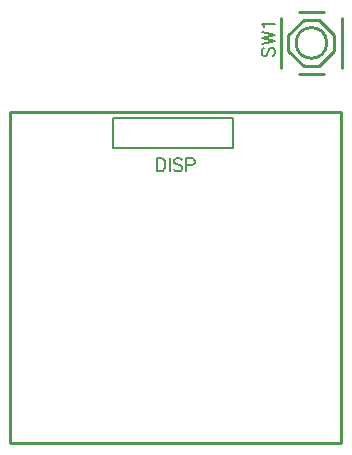
<source format=gto>
G04 Layer: TopSilkscreenLayer*
G04 EasyEDA v6.5.51, 2025-12-10 14:07:42*
G04 f7da798ecd6947b8b5cd26341a0ba6d3,f920225d1fc94cab822a7ee7b834fcf3,10*
G04 Gerber Generator version 0.2*
G04 Scale: 100 percent, Rotated: No, Reflected: No *
G04 Dimensions in millimeters *
G04 leading zeros omitted , absolute positions ,4 integer and 5 decimal *
%FSLAX45Y45*%
%MOMM*%

%ADD10C,0.1524*%
%ADD11C,0.2032*%
%ADD12C,0.2030*%
%ADD13C,0.2540*%
%ADD14C,0.0199*%

%LPD*%
D10*
X1854200Y-2361184D02*
G01*
X1854200Y-2470150D01*
X1854200Y-2361184D02*
G01*
X1890521Y-2361184D01*
X1906270Y-2366263D01*
X1916429Y-2376678D01*
X1921763Y-2387092D01*
X1926844Y-2402839D01*
X1926844Y-2428747D01*
X1921763Y-2444242D01*
X1916429Y-2454655D01*
X1906270Y-2465070D01*
X1890521Y-2470150D01*
X1854200Y-2470150D01*
X1961134Y-2361184D02*
G01*
X1961134Y-2470150D01*
X2068322Y-2376678D02*
G01*
X2057908Y-2366263D01*
X2042159Y-2361184D01*
X2021586Y-2361184D01*
X2005838Y-2366263D01*
X1995424Y-2376678D01*
X1995424Y-2387092D01*
X2000758Y-2397505D01*
X2005838Y-2402839D01*
X2016252Y-2407920D01*
X2047493Y-2418334D01*
X2057908Y-2423413D01*
X2062988Y-2428747D01*
X2068322Y-2439162D01*
X2068322Y-2454655D01*
X2057908Y-2465070D01*
X2042159Y-2470150D01*
X2021586Y-2470150D01*
X2005838Y-2465070D01*
X1995424Y-2454655D01*
X2102611Y-2361184D02*
G01*
X2102611Y-2470150D01*
X2102611Y-2361184D02*
G01*
X2149347Y-2361184D01*
X2164841Y-2366263D01*
X2170175Y-2371597D01*
X2175256Y-2382012D01*
X2175256Y-2397505D01*
X2170175Y-2407920D01*
X2164841Y-2413000D01*
X2149347Y-2418334D01*
X2102611Y-2418334D01*
X2757677Y-1425955D02*
G01*
X2747263Y-1436370D01*
X2742184Y-1451863D01*
X2742184Y-1472692D01*
X2747263Y-1488186D01*
X2757677Y-1498600D01*
X2768091Y-1498600D01*
X2778506Y-1493520D01*
X2783840Y-1488186D01*
X2788920Y-1477771D01*
X2799334Y-1446529D01*
X2804413Y-1436370D01*
X2809747Y-1431036D01*
X2820161Y-1425955D01*
X2835656Y-1425955D01*
X2846070Y-1436370D01*
X2851150Y-1451863D01*
X2851150Y-1472692D01*
X2846070Y-1488186D01*
X2835656Y-1498600D01*
X2742184Y-1391665D02*
G01*
X2851150Y-1365504D01*
X2742184Y-1339595D02*
G01*
X2851150Y-1365504D01*
X2742184Y-1339595D02*
G01*
X2851150Y-1313687D01*
X2742184Y-1287779D02*
G01*
X2851150Y-1313687D01*
X2763011Y-1253489D02*
G01*
X2757677Y-1243076D01*
X2742184Y-1227328D01*
X2851150Y-1227328D01*
D11*
X2501900Y-2019300D02*
G01*
X2501900Y-2273300D01*
X1485900Y-2273300D01*
X1485900Y-2019300D01*
X1676400Y-2019300D01*
D12*
X2501900Y-2019300D02*
G01*
X1676400Y-2019300D01*
D13*
X3422312Y-1175626D02*
G01*
X3422312Y-1592968D01*
X3269198Y-1644299D02*
G01*
X3055426Y-1644299D01*
X2902313Y-1592968D02*
G01*
X2902313Y-1175631D01*
X3055426Y-1124300D02*
G01*
X3269198Y-1124300D01*
X3227313Y-1189299D02*
G01*
X3357313Y-1319298D01*
X3357313Y-1449301D01*
X3227313Y-1579300D01*
X3097311Y-1579300D01*
X2967311Y-1449301D01*
X2967311Y-1319298D01*
X3097311Y-1189299D01*
X3227313Y-1189299D01*
G75*
G01
X3292323Y-1384300D02*
G03X3292323Y-1384300I-129997J0D01*
X609600Y-1968500D02*
G01*
X3409594Y-1968500D01*
X3409594Y-4768494D01*
X609600Y-4768494D01*
X609600Y-1968500D01*
M02*

</source>
